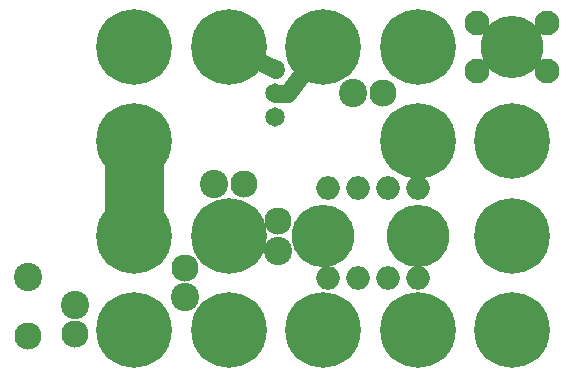
<source format=gbs>
G04 #@! TF.FileFunction,Soldermask,Bot*
%FSLAX46Y46*%
G04 Gerber Fmt 4.6, Leading zero omitted, Abs format (unit mm)*
G04 Created by KiCad (PCBNEW 4.0.1-3.201512221402+6198~38~ubuntu14.04.1-stable) date Fri 04 Mar 2016 09:41:15 PM PST*
%MOMM*%
G01*
G04 APERTURE LIST*
%ADD10C,0.100000*%
%ADD11C,5.000000*%
%ADD12C,1.500000*%
%ADD13C,2.100000*%
%ADD14C,5.280000*%
%ADD15C,6.400000*%
%ADD16O,2.000000X2.000000*%
%ADD17C,2.400000*%
%ADD18C,2.300000*%
%ADD19C,1.650000*%
G04 APERTURE END LIST*
D10*
D11*
X116000000Y-110000000D02*
X116000000Y-102000000D01*
D12*
X129000000Y-98000000D02*
X132000000Y-94000000D01*
X128000000Y-98000000D02*
X129000000Y-98000000D01*
X128000000Y-96000000D02*
X124000000Y-94000000D01*
D13*
X150993400Y-96014200D03*
X144993400Y-96014200D03*
X150993400Y-92014200D03*
X144993400Y-92014200D03*
D14*
X148000000Y-94000000D03*
D15*
X140000000Y-94000000D03*
X148000000Y-102000000D03*
X148000000Y-110000000D03*
D16*
X140000000Y-106000000D03*
X137460000Y-106000000D03*
X134920000Y-106000000D03*
X132380000Y-106000000D03*
X132380000Y-113620000D03*
X134920000Y-113620000D03*
X137460000Y-113620000D03*
X140000000Y-113620000D03*
D14*
X140000000Y-110000000D03*
X132000000Y-110000000D03*
D15*
X116000000Y-102000000D03*
X116000000Y-110000000D03*
X116000000Y-118000000D03*
X116000000Y-94000000D03*
D17*
X111000000Y-115840000D03*
D18*
X111000000Y-118340000D03*
D15*
X140000000Y-102000000D03*
X124000000Y-118000000D03*
X132000000Y-118000000D03*
X140000000Y-118000000D03*
D17*
X107000000Y-113500000D03*
D18*
X107000000Y-118500000D03*
D17*
X134570000Y-97940000D03*
D18*
X137070000Y-97940000D03*
D17*
X120300000Y-115205000D03*
D18*
X120300000Y-112705000D03*
D17*
X122795000Y-105650000D03*
D18*
X125295000Y-105650000D03*
D17*
X128175000Y-111255000D03*
D18*
X128175000Y-108755000D03*
D15*
X148000000Y-118000000D03*
X124000000Y-110000000D03*
X132000000Y-94000000D03*
D19*
X127950000Y-97925000D03*
X127950000Y-95925000D03*
X127950000Y-99925000D03*
D15*
X124000000Y-94000000D03*
M02*

</source>
